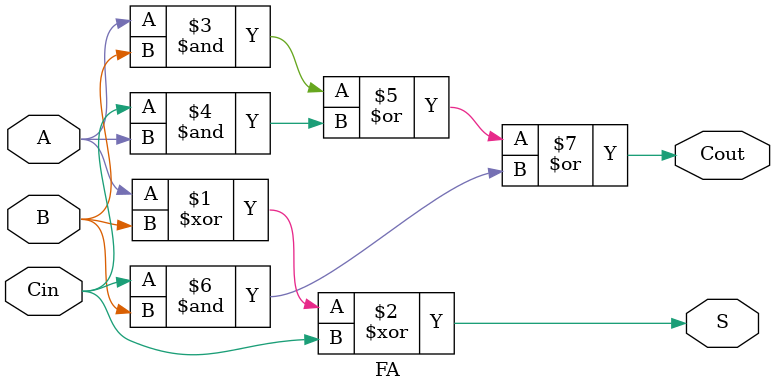
<source format=v>


// The result of translation follows.  Its copyright status should be
// considered unchanged from the original VHDL.

// no timescale needed

module FA(
input wire A,
input wire B,
input wire Cin,
output wire S,
output wire Cout
);





  assign S = A ^ B ^ Cin;
  assign Cout = (A & B) | (Cin & A) | (Cin & B);

endmodule

</source>
